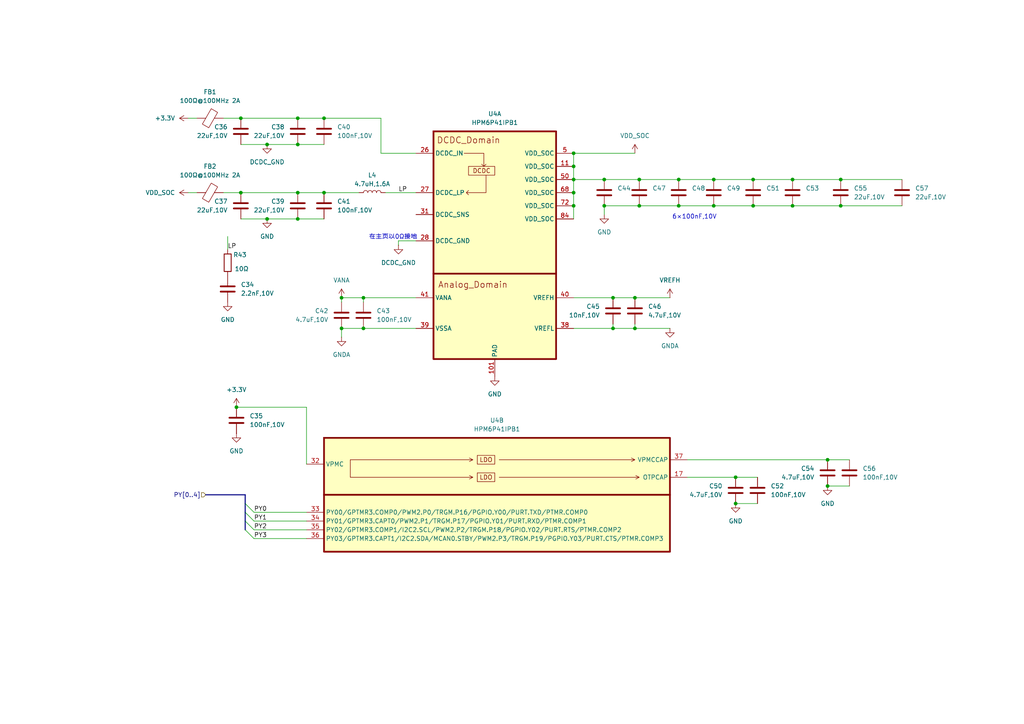
<source format=kicad_sch>
(kicad_sch (version 20250114) (generator "eeschema") (generator_version "9.0")
  (paper "A4")
  (title_block (title "HPM6P41_BuckBoost") (date "2025-05-05") (rev "4") (company "Author: Alipay"))
  (lib_symbols
    (symbol "Device:C" (pin_numbers (hide yes)) (pin_names (offset 0.254))
      (property "Reference" "C" (at 0.635 2.54 0))
      (property "Value" "C" (at 0.635 -2.54 0))
      (symbol "C_0_1"
        (polyline (pts (xy -2.032 0.762) (xy 2.032 0.762)) (stroke (width 0.508)))
        (polyline (pts (xy -2.032 -0.762) (xy 2.032 -0.762)) (stroke (width 0.508)))
      )
      (symbol "C_1_1"
        (pin passive line (at 0 3.81 270) (length 2.794) (name "~") (number "1"))
        (pin passive line (at 0 -3.81 90) (length 2.794) (name "~") (number "2"))
      )
    )
    (symbol "Device:FerriteBead" (pin_numbers (hide yes)) (pin_names (offset 0))
      (property "Reference" "FB" (at -3.81 0.635 90))
      (property "Value" "FerriteBead" (at 3.81 0 90))
      (symbol "FerriteBead_0_1"
        (polyline (pts (xy -2.7686 0.4064) (xy -1.7018 2.2606) (xy 2.7686 -0.3048) (xy 1.6764 -2.159) (xy -2.7686 0.4064)))
        (polyline (pts (xy 0 1.27) (xy 0 1.2954)))
        (polyline (pts (xy 0 -1.27) (xy 0 -1.2192)))
      )
      (symbol "FerriteBead_1_1"
        (pin passive line (at 0 3.81 270) (length 2.54) (name "~") (number "1"))
        (pin passive line (at 0 -3.81 90) (length 2.54) (name "~") (number "2"))
      )
    )
    (symbol "Device:L" (pin_numbers (hide yes)) (pin_names (offset 1.016) (hide yes))
      (property "Reference" "L" (at -1.27 0 90))
      (property "Value" "L" (at 1.905 0 90))
      (symbol "L_0_1"
        (arc (start 0 2.54) (mid 0.6323 1.905) (end 0 1.27))
        (arc (start 0 1.27) (mid 0.6323 0.635) (end 0 0))
        (arc (start 0 0) (mid 0.6323 -0.635) (end 0 -1.27))
        (arc (start 0 -1.27) (mid 0.6323 -1.905) (end 0 -2.54))
      )
      (symbol "L_1_1"
        (pin passive line (at 0 3.81 270) (length 1.27) (name "1") (number "1"))
        (pin passive line (at 0 -3.81 90) (length 1.27) (name "2") (number "2"))
      )
    )
    (symbol "Device:R" (pin_numbers (hide yes)) (pin_names (offset 0))
      (property "Reference" "R" (at 2.032 0 90))
      (property "Value" "R" (at 0 0 90))
      (symbol "R_0_1"
        (rectangle (start -1.016 -2.54) (end 1.016 2.54) (stroke (width 0.254)))
      )
      (symbol "R_1_1"
        (pin passive line (at 0 3.81 270) (length 1.27) (name "~") (number "1"))
        (pin passive line (at 0 -3.81 90) (length 1.27) (name "~") (number "2"))
      )
    )
    (symbol "HPM6P00_Library:HPM6P41IPB1"
      (property "Reference" "U" (at 1.27 1.27 0))
      (property "Value" "HPM6P41IPB1" (at 10.16 1.27 0))
      (symbol "HPM6P41IPB1_1_1"
        (rectangle (start 0 0) (end 35.56 -66.04) (stroke (width 0.508)) (fill (type background)))
        (polyline (pts (xy 0 -41.275) (xy 35.56 -41.275)) (stroke (width 0.508)))
        (polyline (pts (xy 8.89 -6.35) (xy 14.605 -6.35) (xy 14.605 -10.16) (xy 13.97 -9.525) (xy 14.605 -10.16) (xy 15.24 -9.525)))
        (rectangle (start 10.16 -10.16) (end 17.78 -12.7))
        (polyline (pts (xy 15.24 -12.7) (xy 15.24 -17.78) (xy 9.525 -17.78) (xy 10.16 -17.145) (xy 9.525 -17.78) (xy 10.16 -18.415)))
        (text "DCDC_Domain" (at 10.16 -2.54 0) (effects (font (size 1.778 1.778))))
        (text "Analog_Domain" (at 11.43 -44.45 0) (effects (font (size 1.778 1.778))))
        (text "DCDC" (at 13.97 -11.43 0) (effects (font (size 1.27 1.27))))
        (pin power_in line (at -5.08 -6.35 0) (length 5.08) (name "DCDC_IN") (number "26"))
        (pin power_in line (at -5.08 -17.78 0) (length 5.08) (name "DCDC_LP") (number "27"))
        (pin power_in line (at -5.08 -24.13 0) (length 5.08) (name "DCDC_SNS") (number "31"))
        (pin power_in line (at -5.08 -31.75 0) (length 5.08) (name "DCDC_GND") (number "28"))
        (pin power_in line (at -5.08 -48.26 0) (length 5.08) (name "VANA") (number "41"))
        (pin power_in line (at -5.08 -57.15 0) (length 5.08) (name "VSSA") (number "39"))
        (pin power_out line (at 17.78 -71.12 90) (length 5.08) (name "PAD") (number "101"))
        (pin power_out line (at 40.64 -6.35 180) (length 5.08) (name "VDD_SOC") (number "5"))
        (pin power_out line (at 40.64 -10.16 180) (length 5.08) (name "VDD_SOC") (number "11"))
        (pin power_out line (at 40.64 -13.97 180) (length 5.08) (name "VDD_SOC") (number "50"))
        (pin power_out line (at 40.64 -17.78 180) (length 5.08) (name "VDD_SOC") (number "68"))
        (pin power_out line (at 40.64 -21.59 180) (length 5.08) (name "VDD_SOC") (number "72"))
        (pin power_out line (at 40.64 -25.4 180) (length 5.08) (name "VDD_SOC") (number "84"))
        (pin power_in line (at 40.64 -48.26 180) (length 5.08) (name "VREFH") (number "40"))
        (pin power_in line (at 40.64 -57.15 180) (length 5.08) (name "VREFL") (number "38"))
      )
      (symbol "HPM6P41IPB1_2_0"
        (polyline (pts (xy 7.62 -6.35) (xy 43.18 -6.35) (xy 42.164 -5.842) (xy 43.18 -6.35) (xy 42.164 -6.858)))
        (polyline (pts (xy 7.62 -11.43) (xy 43.18 -11.43) (xy 42.164 -10.922) (xy 43.18 -11.43) (xy 42.164 -11.938)))
        (polyline (pts (xy 50.8 -6.35) (xy 90.17 -6.35) (xy 89.154 -5.842) (xy 90.17 -6.35) (xy 89.154 -6.858)))
        (polyline (pts (xy 50.8 -11.43) (xy 91.44 -11.43) (xy 90.424 -10.922) (xy 91.44 -11.43) (xy 90.424 -11.938)))
      )
      (symbol "HPM6P41IPB1_2_1"
        (rectangle (start 0 0) (end 100.33 -33.02) (stroke (width 0.508)) (fill (type background)))
        (polyline (pts (xy 0 -16.51) (xy 100.33 -16.51)) (stroke (width 0.508)))
        (polyline (pts (xy 7.62 -6.35) (xy 7.62 -11.43)))
        (rectangle (start 44.45 -5.08) (end 49.53 -7.62))
        (rectangle (start 44.45 -10.16) (end 49.53 -12.7))
        (text "LDO" (at 46.99 -6.35 0) (effects (font (size 1.27 1.27))))
        (text "LDO" (at 46.99 -11.43 0) (effects (font (size 1.27 1.27))))
        (pin power_in line (at -5.08 -7.62 0) (length 5.08) (name "VPMC") (number "32"))
        (pin bidirectional line (at -5.08 -21.59 0) (length 5.08) (name "PY00/GPTMR3.COMP0/PWM2.P0/TRGM.P16/PGPIO.Y00/PURT.TXD/PTMR.COMP0") (number "33"))
        (pin bidirectional line (at -5.08 -24.13 0) (length 5.08) (name "PY01/GPTMR3.CAPT0/PWM2.P1/TRGM.P17/PGPIO.Y01/PURT.RXD/PTMR.COMP1") (number "34"))
        (pin bidirectional line (at -5.08 -26.67 0) (length 5.08) (name "PY02/GPTMR3.COMP1/I2C2.SCL/PWM2.P2/TRGM.P18/PGPIO.Y02/PURT.RTS/PTMR.COMP2") (number "35"))
        (pin bidirectional line (at -5.08 -29.21 0) (length 5.08) (name "PY03/GPTMR3.CAPT1/I2C2.SDA/MCAN0.STBY/PWM2.P3/TRGM.P19/PGPIO.Y03/PURT.CTS/PTMR.COMP3") (number "36"))
        (pin power_out line (at 105.41 -6.35 180) (length 5.08) (name "VPMCCAP") (number "37"))
        (pin power_out line (at 105.41 -11.43 180) (length 5.08) (name "OTPCAP") (number "17"))
      )
      (symbol "HPM6P41IPB1_3_1"
        (rectangle (start 0 0) (end 147.32 -67.31) (stroke (width 0.508)) (fill (type background)))
        (polyline (pts (xy 0 -10.16) (xy 147.32 -10.16)) (stroke (width 0.5)))
        (pin power_in line (at -5.08 -3.81 0) (length 5.08) (name "VIO_B00") (number "10"))
        (pin power_in line (at -5.08 -6.35 0) (length 5.08) (name "VIO_B00") (number "16"))
        (pin bidirectional line (at -5.08 -15.24 0) (length 5.08) (name "PA00/GPTMR1.COMP0/UART0.TXD/PWM0.P0/TRGM.P00/RDC0.PWM_N/QEO1.A/SEI1.TX/SYSCTL.CLK_OBS0/ETH0.EVTI0") (number "25"))
        (pin input line (at -5.08 -17.78 0) (length 5.08) (name "PA01/GPTMR1.CAPT0/UART0.RXD/PWM0.P1/TRGM.P01/RDC0.PWM_P/QEO1.B/SEI1.RX/SYSCTL.CLK_OBS1/ETH0.EVTO0") (number "24"))
        (pin bidirectional line (at -5.08 -20.32 0) (length 5.08) (name "PA02/GPTMR1.COMP1/UART0.DE/UART0.RTS/I2C2.SCL/PWM0.P2/TRGM.P02/QEI0.H1/QEO1.Z/SEI1.DE/SYSCTL.CLK_OBS2/ETH0.EVTI1") (number "23"))
        (pin bidirectional line (at -5.08 -22.86 0) (length 5.08) (name "PA03/GPTMR1.CAPT1/UART0.CTS/I2C2.SDA/SPI0.CS3/MCAN0.STBY/PWM0.P3/TRGM.P03/QEI0.F/SEI1.CK/SYSCTL.CLK_OBS3/ETH0.EVTO1") (number "22"))
        (pin bidirectional line (at -5.08 -25.4 0) (length 5.08) (name "PA04/UART1.CTS/SPI1.SCLK/MCAN0.RXD/PWM0.P4/TRGM.P04/QEI0.H0/SEI0.CK/JTAG.TDO") (number "15"))
        (pin bidirectional line (at -5.08 -27.94 0) (length 5.08) (name "PA05/GPTMR1.COMP2/UART1.DE/UART1.RTS/SPI1.CS0/MCAN0.TXD/PWM0.P5/TRGM.P05/ETH0.RXCK/QEI0.Z/QEO0.Z/SEI0.DE/JTAG.TDI") (number "14"))
        (pin bidirectional line (at -5.08 -30.48 0) (length 5.08) (name "PA06/GPTMR0.CAPT0/UART1.RXD/SPI1.MISO/PWM0.P6/TRGM.P06/ETH0.RXDV/QEI0.B/QEO0.B/SEI0.RX/JTAG.TCK") (number "13"))
        (pin bidirectional line (at -5.08 -33.02 0) (length 5.08) (name "PA07/GPTMR0.COMP0/UART1.TXD/SPI1.MOSI/PWM0.P7/TRGM.P07/ETH0.RXER/QEI0.A/QEO0.A/SEI0.TX/JTAG.TMS") (number "12"))
        (pin bidirectional line (at -5.08 -35.56 0) (length 5.08) (name "PA08/GPTMR0.COMP1/UART2.TXD/I2C0.SCL/SPI0.CS2/PWM1.P0/TRGM.P08/ETH0.RXD0/RDC0.PWM_N/QEO0.B/SEI1.TX/SDM0.CLK0/JTAG.TRST") (number "9"))
        (pin bidirectional line (at -5.08 -38.1 0) (length 5.08) (name "PA09/GPTMR0.CAPT1/UART2.RXD/I2C0.SDA/SPI0.CS1/XPI0.CA_DQS/PWM1.P1/TRGM.P09/ETH0.RXD1/RDC0.PWM_P/QEO0.A/SEI1.RX/SDM0.DAT0") (number "8"))
        (pin bidirectional line (at -5.08 -40.64 0) (length 5.08) (name "PA10/GPTMR0.COMP2/UART2.DE/UART2.RTS/SPI0.SCLK/XPI0.CA_CS0/PWM1.P2/TRGM.P10/ETH0.RXD2/QEI1.F/QEO0.Z/SEI1.DE/SDM0.CLK1/CPU0.NMI") (number "7"))
        (pin bidirectional line (at -5.08 -43.18 0) (length 5.08) (name "PA11/UART2.CTS/SPI0.CS0/XPI0.CA_CS1/PWM1.P3/TRGM.P11/ETH0.RXD3/QEI1.H1/SEI1.CK/SDM0.DAT1/CPU1.NMI") (number "6"))
        (pin bidirectional line (at -5.08 -45.72 0) (length 5.08) (name "PA12/UART3.CTS/I2C1.SDA/SPI0.MISO/PWM1.P4/TRGM.P12/ETH0.TXER/QEI1.H0/SEI0.CK/SDM0.CLK2") (number "4"))
        (pin bidirectional line (at -5.08 -48.26 0) (length 5.08) (name "PA13/GPTMR1.COMP3/UART3.DE/UART3.RTS/I2C1.SCL/SPI0.MOSI/MCAN1.STBY/PWM1.P5/TRGM.P13/QEI1.Z/QEO1.Z/SEI0.DE/SDM0.DAT2") (number "3"))
        (pin bidirectional line (at -5.08 -50.8 0) (length 5.08) (name "PA14/UART3.RXD/SPI0.DAT2/MCAN1.RXD/PWM1.P6/TRGM.P14/QEI1.B/QEO1.B/SEI0.RX/SDM0.CLK3/ETH0.EVTI0") (number "2"))
        (pin bidirectional line (at -5.08 -53.34 0) (length 5.08) (name "PA15/GPTMR0.COMP3/UART3.TXD/SPI0.DAT3/MCAN1.TXD/PWM1.P7/TRGM.P15/QEI1.A/QEO1.A/SEI0.TX/SDM0.DAT3/ETH0.EVTO0") (number "1"))
        (pin bidirectional line (at -5.08 -55.88 0) (length 5.08) (name "PA16/GPTMR3.COMP0/PWM2.P0/TRGM.P16/RDC0.PWM_N/QEO1.A/SEI1.TX") (number "21"))
        (pin bidirectional line (at -5.08 -58.42 0) (length 5.08) (name "PA17/GPTMR3.CAPT0/PWM2.P1/TRGM.P17/RDC0.PWM_P/QEO1.B/SEI1.RX") (number "20"))
        (pin bidirectional line (at -5.08 -60.96 0) (length 5.08) (name "PA18/GPTMR3.COMP1/I2C2.SCL/PWM2.P2/TRGM.P18/ETH0.MDC/QEI0.H1/QEO1.Z/SEI1.DE") (number "19"))
        (pin bidirectional line (at -5.08 -63.5 0) (length 5.08) (name "PA19/GPTMR3.CAPT1/I2C2.SDA/MCAN0.STBY/PWM2.P3/TRGM.P19/ETH0.MDIO/QEI0.F/SEI1.CK") (number "18"))
      )
      (symbol "HPM6P41IPB1_4_1"
        (rectangle (start 0 0) (end 185.42 -92.71) (stroke (width 0.508)) (fill (type background)))
        (polyline (pts (xy 0 -12.7) (xy 185.42 -12.7)) (stroke (width 0.5)))
        (polyline (pts (xy 0 -60.96) (xy 185.42 -60.96)) (stroke (width 0.3) (type dash)))
        (pin power_in line (at -5.08 -5.08 0) (length 5.08) (name "VIO_B01") (number "79"))
        (pin power_in line (at -5.08 -7.62 0) (length 5.08) (name "VIO_B01") (number "94"))
        (pin bidirectional line (at -5.08 -19.05 0) (length 5.08) (name "PB00/GPTMR2.COMP0/XPI0.CA_SCLK/PWM0.P0/TRGM.P31/ETH0.TXCK/RDC0.PWM_N/QEO1.A/SEI1.TX/XPI_SLV.ADQ3") (number "100"))
        (pin bidirectional line (at -5.08 -21.59 0) (length 5.08) (name "PB01/GPTMR2.CAPT0/XPI0.CA_D0/PWM0.P1/TRGM.P30/ETH0.TXEN/RDC0.PWM_P/QEO1.B/SEI1.RX/XPI_SLV.ADQ2") (number "99"))
        (pin bidirectional line (at -5.08 -24.13 0) (length 5.08) (name "PB02/GPTMR2.COMP1/I2C2.SCL/XPI0.CA_D1/PWM0.P2/TRGM.P29/ETH0.TXD0/QEI0.H1/QEO1.Z/SEI1.DE/SDM0.CLK0/XPI_SLV.ADQ1") (number "98"))
        (pin bidirectional line (at -5.08 -26.67 0) (length 5.08) (name "PB03/GPTMR2.CAPT1/I2C2.SDA/SPI0.CS3/MCAN0.STBY/XPI0.CA_D2/PWM0.P3/TRGM.P28/ETH0.TXD1/QEI0.F/SEI1.CK/SDM0.DAT0/XPI_SLV.ADQ0") (number "97"))
        (pin bidirectional line (at -5.08 -29.21 0) (length 5.08) (name "PB04/UART1.CTS/SPI0.SCLK/MCAN0.RXD/XPI0.CA_D3/PWM0.P4/TRGM.P27/ETH0.TXD2/QEI0.H0/SEI0.CK/SDM0.CLK1/CPU0.NMI/XPI_SLV.CLK") (number "96"))
        (pin bidirectional line (at -5.08 -31.75 0) (length 5.08) (name "PB05/GPTMR2.COMP2/UART1.DE/UART1.RTS/SPI1.CS0/MCAN0.TXD/PWM0.P5/TRGM.P26/ETH0.TXD3/QEI0.Z/QEO0.Z/SEI0.DE/SDM0.DAT1/CPU1.NMI/XPI_SLV.CSN") (number "95"))
        (pin bidirectional line (at -5.08 -35.56 0) (length 5.08) (name "PB12/UART3.CTS/I2C1.SDA/SPI0.MISO/XPI0.CB_DQS/PWM1.P4/TRGM.P19/ETH0.MDC/QEI1.H0/SEI0.CK/SDM0.CLK2/EWDG0.RST/XPI_SLV.ERR") (number "93"))
        (pin bidirectional line (at -5.08 -38.1 0) (length 5.08) (name "PB13/GPTMR2.COMP3/UART3.DE/UART3.RTS/I2C1.SCL/SPI0.MOSI/MCAN1.STBY/XPI0.CB_CS0/PWM1.P5/TRGM.P18/ETH0.MDIO/QEI1.Z/QEO1.Z/SEI0.DE/SDM0.DAT2/EWDG1.RST/XPI_SLV.RDY") (number "92"))
        (pin bidirectional line (at -5.08 -40.64 0) (length 5.08) (name "PB14/UART3.RXD/SPI0.DAT2/MCAN1.RXD/XPI0.CB_CS1/PWM1.P6/TRGM.P17/QEI1.B/QEO1.B/SEI0.RX/SDM0.CLK3/SOC.REF0/ETH0.EVTO2/XPI_SLV.DQS") (number "91"))
        (pin bidirectional line (at -5.08 -43.18 0) (length 5.08) (name "PB15/GPTMR0.COMP3/UART3.TXD/SPI0.DAT3/MCAN1.TXD/XPI0.CB_SCLK/PWM1.P7/TRGM.P16/QEI1.A/QEO1.A/SEI0.TX/SDM0.DAT3/SOC.REF1/ETH0.EVTO3") (number "90"))
        (pin bidirectional line (at -5.08 -45.72 0) (length 5.08) (name "PB16/GPTMR3.COMP0/XPI0.CB_D0/PWM2.P0/TRGM.P15/RDC0.PWM_N/QEO1.A/SEI1.TX/SYSCTL.CLK_OBS0/ETH0.EVTI1") (number "89"))
        (pin bidirectional line (at -5.08 -48.26 0) (length 5.08) (name "PB17/GPTMR3.CAPT0/XPI0.CB_D1/PWM2.P1/TRGM.P14/RDC0.PWM_P/QEO1.B/SEI1.RX/SYSCTL.CLK_OBS1/ETH0.EVTO1") (number "88"))
        (pin bidirectional line (at -5.08 -50.8 0) (length 5.08) (name "PB18/GPTMR3.COMP1/I2C2.SCL/XPI0.CB_D2/PWM2.P2/TRGM.P13/QEI0.H1/QEO1.Z/SEI1.DE/SYSCTL.CLK_OBS2/ETH0.EVTO2") (number "87"))
        (pin bidirectional line (at -5.08 -53.34 0) (length 5.08) (name "PB19/GPTMR3.CAPT1/I2C2.SDA/SPI2.CS3/MCAN0.STBY/XPI0.CB_D3/PWM2.P3/TRGM.P12/QEI0.F/SEI1.CK/SYSCTL.CLK_OBS3/ETH0.EVTO3") (number "86"))
        (pin bidirectional line (at -5.08 -55.88 0) (length 5.08) (name "PB20/UART0.CTS/MCAN0.RXD/PWM2.P4/TRGM.P11/QEI0.H0/SEI0.CK") (number "85"))
        (pin bidirectional line (at -5.08 -66.04 0) (length 5.08) (name "PC12/I2C1.SDA/SPI1.MISO/PWM1.P4/TRGM.P12/QEI1.H0/SEI0.CK") (number "83"))
        (pin bidirectional line (at -5.08 -68.58 0) (length 5.08) (name "PC13/GPTMR1.COMP3/I2C1.SCL/SPI1.MOSI/MCAN1.STBY/PWM1.P5/TRGM.P13/QEI1.Z/QEO1.Z/SEI0.DE/USB0.ID") (number "82"))
        (pin bidirectional line (at -5.08 -71.12 0) (length 5.08) (name "PC14/SPI1.DAT2/MCAN1.RXD/PWM1.P6/TRGM.P14/ETH0.MDC/QEI1.B/QEO1.B/SEI0.RX/USB0.OC") (number "81"))
        (pin bidirectional line (at -5.08 -73.66 0) (length 5.08) (name "PC15/GPTMR0.COMP3/SPI1.DAT3/MCAN1.TXD/PWM1.P7/TRGM.P15/ETH0.MDIO/QEI1.A/QEO1.A/SEI0.TX/USB0.PWR") (number "80"))
        (pin bidirectional line (at -5.08 -76.2 0) (length 5.08) (name "PC16/GPTMR3.COMP0/PWM2.P0/TRGM.P16/ETH0.CRS/QEI0.H1/CPU0.NMI") (number "78"))
        (pin bidirectional line (at -5.08 -78.74 0) (length 5.08) (name "PC17/GPTMR3.CAPT0/PWM2.P1/TRGM.P17/ETH0.COL/QEI0.F/CPU1.NMI") (number "77"))
        (pin bidirectional line (at -5.08 -81.28 0) (length 5.08) (name "PC18/GPTMR3.COMP1/I2C2.SCL/PWM2.P2/TRGM.P18/QEI0.H0/SEI0.CK") (number "76"))
        (pin bidirectional line (at -5.08 -83.82 0) (length 5.08) (name "PC19/GPTMR3.CAPT1/I2C2.SDA/MCAN0.STBY/PWM2.P3/TRGM.P19/QEI0.Z/QEO0.Z/SEI0.DE") (number "75"))
        (pin bidirectional line (at -5.08 -86.36 0) (length 5.08) (name "PC20/SPI2.SCLK/MCAN0.RXD/PWM2.P4/TRGM.P20/QEI0.B/QEO0.B/SEI0.RX") (number "74"))
        (pin bidirectional line (at -5.08 -88.9 0) (length 5.08) (name "PC21/GPTMR3.COMP2/SPI2.CS0/MCAN0.TXD/PWM2.P5/TRGM.P21/QEI0.A/QEO0.A/SEI0.TX") (number "73"))
      )
      (symbol "HPM6P41IPB1_5_1"
        (rectangle (start 0 0) (end 196.85 -77.47) (stroke (width 0.508)) (fill (type background)))
        (polyline (pts (xy 0 -10.16) (xy 196.85 -10.16)) (stroke (width 0.5)))
        (pin power_in line (at -5.08 -5.08 0) (length 5.08) (name "VIO_B02") (number "55"))
        (pin bidirectional line (at -5.08 -15.24 0) (length 5.08) (name "PD00/GPTMR1.COMP0/SPI2.SCLK/TRGM.P00/ETH0.RXCK/QEI1.H1/SDM0.CLK0/ADC0.IN00/ADC1.IN00/ACMP0.INN1/ACMP1.INN1/ACMP2.INN1/ACMP3.INN1") (number "66"))
        (pin bidirectional line (at -5.08 -17.78 0) (length 5.08) (name "PD01/GPTMR1.CAPT0/SPI2.MISO/TRGM.P01/ETH0.RXDV/QEI1.F/SDM0.DAT0/ADC0.IN01/ADC1.IN01/ACMP0.INP1/ACMP1.INP1/ACMP2.INP1/ACMP3.INP1") (number "65"))
        (pin bidirectional line (at -5.08 -20.32 0) (length 5.08) (name "PD02/GPTMR1.COMP1/I2C2.SCL/SPI2.MOSI/TRGM.P02/ETH0.RXER/QEI1.H0/SEI0.CK/SDM0.CLK1/ADC0.IN02/ADC1.IN02/ACMP0.INN2/ACMP1.INN2/ACMP2.INN2/ACMP3.INN2") (number "64"))
        (pin bidirectional line (at -5.08 -22.86 0) (length 5.08) (name "PD03/GPTMR1.CAPT1/I2C2.SDA/SPI2.DAT2/MCAN0.STBY/TRGM.P03/ETH0.RXD0/QEI1.Z/QEO1.Z/SEI0.DE/SDM0.DAT1/ADC0.IN03/ADC1.IN03/ACMP0.INP2/ACMP1.INP2/ACMP2.INP2/ACMP3.INP2") (number "63"))
        (pin bidirectional line (at -5.08 -25.4 0) (length 5.08) (name "PD04/UART1.CTS/SPI2.DAT3/MCAN0.RXD/TRGM.P04/ETH0.RXD1/QEI1.A/QEO1.B/SEI0.RX/SDM0.CLK2/ADC0.IN04/ADC1.IN04/ACMP0.INN3/ACMP1.INN3/ACMP2.INN3/ACMP3.INN3") (number "62"))
        (pin bidirectional line (at -5.08 -27.94 0) (length 5.08) (name "PD05/GPTMR1.COMP2/UART1.DE/UART1.RTS/SPI2.CS0/MCAN0.TXD/TRGM.P05/ETH0.RXD2/QEI1.B/QEO1.A/SEI0.TX/SDM0.DAT2/ADC0.IN05/ADC1.IN05/ACMP0.INP3/ACMP1.INP3/ACMP2.INP3/ACMP3.INP3") (number "61"))
        (pin bidirectional line (at -5.08 -30.48 0) (length 5.08) (name "PD06/GPTMR0.CAPT0/UART1.RXD/SPI2.CS2/TRGM.P06/ETH0.RXD3/SDM0.CLK3/ADC0.IN06/ADC1.IN06/ACMP0.INN4/ACMP1.INN4/ACMP2.INN4/ACMP3.INN4") (number "60"))
        (pin bidirectional line (at -5.08 -33.02 0) (length 5.08) (name "PD07/GPTMR0.COMP0/UART1.TXD/SPI2.CS1/TRGM.P07/ETH0.TXER/SDM0.DAT3/ADC0.IN07/ADC1.IN07/DAC0.OUT/ACMP0.INP4/ACMP1.INP4/ACMP2.INP4/ACMP3.INP4") (number "59"))
        (pin bidirectional line (at -5.08 -35.56 0) (length 5.08) (name "PD08/GPTMR0.COMP1/UART2.TXD/I2C0.SCL/SPI2.CS3/PWM1.P0/TRGM.P08/ADC0.IN08/ADC1.IN08/ACMP0.INN5/ACMP1.INN5/ACMP2.INN5/ACMP3.INN5") (number "58"))
        (pin bidirectional line (at -5.08 -38.1 0) (length 5.08) (name "PD09/GPTMR0.CAPT1/UART2.RXD/I2C0.SDA/PWM1.P1/TRGM.P09/ADC0.IN09/ADC1.IN09/ACMP0.INP5/ACMP1.INP5/ACMP2.INP5/ACMP3.INP5") (number "57"))
        (pin bidirectional line (at -5.08 -40.64 0) (length 5.08) (name "PD10/GPTMR0.COMP2/UART2.DE/UART2.RTS/SPI0.SCLK/PWM1.P2/TRGM.P10/ETH0.EVTI0/ADC0.IN10/ADC1.IN10/ACMP0.INN6/ACMP1.INN6/ACMP2.INN6/ACMP3.INN6") (number "56"))
        (pin bidirectional line (at -5.08 -45.72 0) (length 5.08) (name "PD16/GPTMR3.COMP0/PWM2.P0/TRGM.P16/ETH0.TXCK/QEI0.H1/ADC2.IN00/ACMP4.INN1/ACMP5.INN1/ACMP6.INN1/ACMP7.INN1") (number "54"))
        (pin bidirectional line (at -5.08 -48.26 0) (length 5.08) (name "PD17/GPTMR3.CAPT0/PWM2.P1/TRGM.P17/ETH0.TXEN/QEI0.F/ADC2.IN01/DAC1.OUT/ACMP4.INP1/ACMP5.INP1/ACMP6.INP1/ACMP7.INP1") (number "53"))
        (pin bidirectional line (at -5.08 -50.8 0) (length 5.08) (name "PD18/GPTMR3.COMP1/I2C2.SCL/PWM2.P2/TRGM.P18/ETH0.TXD0/QEI0.H0/SEI0.CK/ADC2.IN02/ACMP4.INN2/ACMP5.INN2/ACMP6.INN2/ACMP7.INN2") (number "52"))
        (pin bidirectional line (at -5.08 -53.34 0) (length 5.08) (name "PD19/GPTMR3.CAPT1/I2C2.SDA/MCAN0.STBY/PWM2.P3/TRGM.P19/ETH0.TXD1/QEI0.Z/QEO0.Z/SEI0.DE/ADC2.IN03/ACMP4.INP2/ACMP5.INP2/ACMP6.INP2/ACMP7.INP2") (number "51"))
        (pin bidirectional line (at -5.08 -55.88 0) (length 5.08) (name "PD20/MCAN0.RXD/PWM2.P4/TRGM.P20/ETH0.TXD2/QEI0.B/QEO0.B/SEI0.RX/ADC2.IN04/ACMP4.INN3/ACMP5.INN3/ACMP6.INN3/ACMP7.INN3") (number "49"))
        (pin bidirectional line (at -5.08 -58.42 0) (length 5.08) (name "PD21/GPTMR3.COMP2/MCAN0.TXD/PWM2.P5/TRGM.P21/ETH0.TXD3/QEI0.A/QEO0.A/SEI0.TX/ADC2.IN05/ACMP4.INP3/ACMP5.INP3/ACMP6.INP3/ACMP7.INP3") (number "48"))
        (pin bidirectional line (at -5.08 -60.96 0) (length 5.08) (name "PD22/GPTMR2.CAPT0/PWM2.P6/TRGM.P22/QEI1.F/ADC2.IN06/ACMP4.INN4/ACMP5.INN4/ACMP6.INN4/ACMP7.INN4") (number "47"))
        (pin bidirectional line (at -5.08 -63.5 0) (length 5.08) (name "PD23/GPTMR2.COMP0/PWM2.P7/TRGM.P23/QEI1.H1/USB0.ID/ADC2.IN07/ACMP4.INP4/ACMP5.INP4/ACMP6.INP4/ACMP7.INP4") (number "46"))
        (pin bidirectional line (at -5.08 -66.04 0) (length 5.08) (name "PD24/GPTMR2.COMP1/I2C0.SCL/PWM0.P0/TRGM.P24/QEI1.H0/SEI0.CK/USB0.OC/ADC2.IN08/ACMP4.INN5/ACMP5.INN5/ACMP6.INN5/ACMP7.INN5") (number "45"))
        (pin bidirectional line (at -5.08 -68.58 0) (length 5.08) (name "PD25/GPTMR2.CAPT1/I2C0.SDA/PWM0.P1/TRGM.P25/QEI1.Z/QEO1.Z/SEI0.DE/USB0.PWR/ADC2.IN09/ACMP4.INP5/ACMP5.INP5/ACMP6.INP5/ACMP7.INP5") (number "44"))
        (pin bidirectional line (at -5.08 -71.12 0) (length 5.08) (name "PD26/GPTMR2.COMP2/SPI1.SCLK/PWM0.P2/TRGM.P26/QEI1.B/QEO1.B/SEI0.RX/ADC2.IN10/ACMP4.INN6/ACMP5.INN6/ACMP6.INN6/ACMP7.INN6") (number "43"))
        (pin bidirectional line (at -5.08 -73.66 0) (length 5.08) (name "PD27/SPI1.CS0/PWM0.P3/TRGM.P27/QEI1.A/QEO1.A/SEI0.TX/ADC2.IN11/ACMP4.INP6/ACMP5.INP6/ACMP6.INP6/ACMP7.INP6") (number "42"))
      )
      (symbol "HPM6P41IPB1_6_1"
        (rectangle (start 0 0) (end 35.56 -33.02) (stroke (width 0.508)) (fill (type background)))
        (polyline (pts (xy 0 -16.51) (xy 35.56 -16.51)) (stroke (width 0.5)))
        (pin input line (at -5.08 -5.08 0) (length 5.08) (name "XTALI") (number "71"))
        (pin output line (at -5.08 -11.43 0) (length 5.08) (name "XTALO") (number "70"))
        (pin power_in line (at -5.08 -21.59 0) (length 5.08) (name "VBUS") (number "69"))
        (pin power_in line (at -5.08 -26.67 0) (length 5.08) (name "VPLLVUSB") (number "67"))
        (pin input line (at 40.64 -5.08 180) (length 5.08) (name "RESET") (number "29"))
        (pin input line (at 40.64 -11.43 180) (length 5.08) (name "WAKEUP") (number "30"))
      )
    )
    (symbol "power:+3.3V" (power) (pin_names (offset 0))
      (property "Value" "+3.3V" (at 0 3.556 0))
      (symbol "+3.3V_0_1"
        (polyline (pts (xy -0.762 1.27) (xy 0 2.54)))
        (polyline (pts (xy 0 2.54) (xy 0.762 1.27)))
        (polyline (pts (xy 0 0) (xy 0 2.54)))
      )
      (symbol "+3.3V_1_1"
        (pin power_in line (at 0 0 90) (length 0) (hide yes) (name "+3.3V") (number "1"))
      )
    )
    (symbol "power:+5V" (power) (pin_numbers (hide yes)) (pin_names (offset 0) (hide yes))
      (property "Value" "+5V" (at 0 3.556 0))
      (symbol "+5V_0_1"
        (polyline (pts (xy -0.762 1.27) (xy 0 2.54)))
        (polyline (pts (xy 0 2.54) (xy 0.762 1.27)))
        (polyline (pts (xy 0 0) (xy 0 2.54)))
      )
      (symbol "+5V_1_1"
        (pin power_in line (at 0 0 90) (length 0) (name "~") (number "1"))
      )
    )
    (symbol "power:GND" (power) (pin_numbers (hide yes)) (pin_names (offset 0) (hide yes))
      (property "Value" "GND" (at 0 -3.81 0))
      (symbol "GND_0_1"
        (polyline (pts (xy 0 0) (xy 0 -1.27) (xy 1.27 -1.27) (xy 0 -2.54) (xy -1.27 -1.27) (xy 0 -1.27)))
      )
      (symbol "GND_1_1"
        (pin power_in line (at 0 0 270) (length 0) (name "~") (number "1"))
      )
    )
  )
  (text "6×100nF,10V" (at 201.422 62.992 0) (effects (font (size 1.27 1.27))))
  (text "在主页以0Ω接地" (at 114.046 68.834 0) (effects (font (size 1.27 1.27))))
  (junction (at 185.42 59.69))
  (junction (at 105.41 95.25))
  (junction (at 93.98 34.29))
  (junction (at 99.06 86.36))
  (junction (at 175.26 52.07))
  (junction (at 196.85 59.69))
  (junction (at 218.44 52.07))
  (junction (at 243.84 59.69))
  (junction (at 213.36 138.43))
  (junction (at 86.36 63.5))
  (junction (at 93.98 55.88))
  (junction (at 184.15 95.25))
  (junction (at 68.58 118.11))
  (junction (at 166.37 48.26))
  (junction (at 184.15 86.36))
  (junction (at 77.47 63.5))
  (junction (at 166.37 59.69))
  (junction (at 69.85 34.29))
  (junction (at 207.01 52.07))
  (junction (at 166.37 52.07))
  (junction (at 207.01 59.69))
  (junction (at 240.03 133.35))
  (junction (at 86.36 34.29))
  (junction (at 77.47 41.91))
  (junction (at 185.42 52.07))
  (junction (at 175.26 59.69))
  (junction (at 213.36 146.05))
  (junction (at 177.8 95.25))
  (junction (at 243.84 52.07))
  (junction (at 218.44 59.69))
  (junction (at 166.37 55.88))
  (junction (at 166.37 44.45))
  (junction (at 69.85 55.88))
  (junction (at 105.41 86.36))
  (junction (at 177.8 86.36))
  (junction (at 240.03 140.97))
  (junction (at 229.87 59.69))
  (junction (at 229.87 52.07))
  (junction (at 86.36 55.88))
  (junction (at 86.36 41.91))
  (junction (at 196.85 52.07))
  (junction (at 99.06 95.25))
  (bus_entry (at 71.12 146.05) (size 2.54 2.54))
  (bus_entry (at 71.12 153.67) (size 2.54 2.54))
  (bus_entry (at 71.12 148.59) (size 2.54 2.54))
  (bus_entry (at 71.12 151.13) (size 2.54 2.54))
  (wire (pts (xy 166.37 52.07) (xy 166.37 55.88)))
  (wire (pts (xy 73.66 151.13) (xy 88.9 151.13)))
  (wire (pts (xy 88.9 118.11) (xy 88.9 134.62)))
  (bus (pts (xy 59.69 143.51) (xy 71.12 143.51)))
  (wire (pts (xy 218.44 59.69) (xy 229.87 59.69)))
  (wire (pts (xy 218.44 52.07) (xy 229.87 52.07)))
  (wire (pts (xy 69.85 41.91) (xy 77.47 41.91)))
  (wire (pts (xy 177.8 86.36) (xy 184.15 86.36)))
  (wire (pts (xy 110.49 34.29) (xy 110.49 44.45)))
  (bus (pts (xy 71.12 151.13) (xy 71.12 153.67)))
  (wire (pts (xy 229.87 59.69) (xy 243.84 59.69)))
  (wire (pts (xy 207.01 52.07) (xy 218.44 52.07)))
  (wire (pts (xy 166.37 44.45) (xy 166.37 48.26)))
  (wire (pts (xy 73.66 156.21) (xy 88.9 156.21)))
  (wire (pts (xy 77.47 41.91) (xy 86.36 41.91)))
  (wire (pts (xy 66.04 68.58) (xy 66.04 72.39)))
  (wire (pts (xy 99.06 86.36) (xy 99.06 87.63)))
  (wire (pts (xy 86.36 63.5) (xy 93.98 63.5)))
  (wire (pts (xy 199.39 133.35) (xy 240.03 133.35)))
  (wire (pts (xy 73.66 153.67) (xy 88.9 153.67)))
  (wire (pts (xy 110.49 44.45) (xy 120.65 44.45)))
  (wire (pts (xy 196.85 59.69) (xy 207.01 59.69)))
  (wire (pts (xy 166.37 95.25) (xy 177.8 95.25)))
  (wire (pts (xy 166.37 48.26) (xy 166.37 52.07)))
  (wire (pts (xy 105.41 95.25) (xy 120.65 95.25)))
  (wire (pts (xy 240.03 133.35) (xy 246.38 133.35)))
  (wire (pts (xy 105.41 86.36) (xy 120.65 86.36)))
  (wire (pts (xy 229.87 52.07) (xy 243.84 52.07)))
  (wire (pts (xy 185.42 59.69) (xy 196.85 59.69)))
  (wire (pts (xy 115.57 69.85) (xy 115.57 71.12)))
  (wire (pts (xy 69.85 55.88) (xy 86.36 55.88)))
  (wire (pts (xy 243.84 59.69) (xy 261.62 59.69)))
  (wire (pts (xy 185.42 52.07) (xy 196.85 52.07)))
  (wire (pts (xy 99.06 86.36) (xy 105.41 86.36)))
  (wire (pts (xy 175.26 59.69) (xy 185.42 59.69)))
  (wire (pts (xy 166.37 44.45) (xy 184.15 44.45)))
  (wire (pts (xy 64.77 55.88) (xy 69.85 55.88)))
  (wire (pts (xy 240.03 140.97) (xy 246.38 140.97)))
  (wire (pts (xy 73.66 148.59) (xy 88.9 148.59)))
  (wire (pts (xy 194.31 95.25) (xy 184.15 95.25)))
  (wire (pts (xy 86.36 34.29) (xy 93.98 34.29)))
  (wire (pts (xy 175.26 52.07) (xy 185.42 52.07)))
  (wire (pts (xy 111.76 55.88) (xy 120.65 55.88)))
  (wire (pts (xy 196.85 52.07) (xy 207.01 52.07)))
  (wire (pts (xy 213.36 138.43) (xy 219.71 138.43)))
  (bus (pts (xy 71.12 143.51) (xy 71.12 146.05)))
  (wire (pts (xy 99.06 95.25) (xy 105.41 95.25)))
  (wire (pts (xy 105.41 86.36) (xy 105.41 87.63)))
  (wire (pts (xy 93.98 34.29) (xy 110.49 34.29)))
  (wire (pts (xy 166.37 86.36) (xy 177.8 86.36)))
  (wire (pts (xy 54.61 55.88) (xy 57.15 55.88)))
  (wire (pts (xy 199.39 138.43) (xy 213.36 138.43)))
  (wire (pts (xy 175.26 62.23) (xy 175.26 59.69)))
  (wire (pts (xy 120.65 69.85) (xy 115.57 69.85)))
  (wire (pts (xy 177.8 93.98) (xy 177.8 95.25)))
  (wire (pts (xy 69.85 34.29) (xy 86.36 34.29)))
  (wire (pts (xy 64.77 34.29) (xy 69.85 34.29)))
  (wire (pts (xy 86.36 41.91) (xy 93.98 41.91)))
  (wire (pts (xy 177.8 95.25) (xy 184.15 95.25)))
  (wire (pts (xy 166.37 52.07) (xy 175.26 52.07)))
  (wire (pts (xy 184.15 95.25) (xy 184.15 93.98)))
  (wire (pts (xy 166.37 55.88) (xy 166.37 59.69)))
  (wire (pts (xy 213.36 146.05) (xy 219.71 146.05)))
  (wire (pts (xy 69.85 63.5) (xy 77.47 63.5)))
  (wire (pts (xy 93.98 55.88) (xy 104.14 55.88)))
  (bus (pts (xy 71.12 148.59) (xy 71.12 151.13)))
  (bus (pts (xy 71.12 146.05) (xy 71.12 148.59)))
  (wire (pts (xy 68.58 118.11) (xy 88.9 118.11)))
  (wire (pts (xy 207.01 59.69) (xy 218.44 59.69)))
  (wire (pts (xy 184.15 86.36) (xy 194.31 86.36)))
  (wire (pts (xy 86.36 55.88) (xy 93.98 55.88)))
  (wire (pts (xy 77.47 63.5) (xy 86.36 63.5)))
  (wire (pts (xy 243.84 52.07) (xy 261.62 52.07)))
  (wire (pts (xy 99.06 95.25) (xy 99.06 97.79)))
  (wire (pts (xy 54.61 34.29) (xy 57.15 34.29)))
  (wire (pts (xy 166.37 59.69) (xy 166.37 63.5)))
  (label "LP" (at 66.04 72.39 0))
  (label "PY2" (at 73.66 153.67 0))
  (label "PY3" (at 73.66 156.21 0))
  (label "LP" (at 115.57 55.88 0))
  (label "PY1" (at 73.66 151.13 0))
  (label "PY0" (at 73.66 148.59 0))
  (hierarchical_label "PY[0..4]" (shape input) (at 59.69 143.51 180))
  (symbol (lib_id "Device:C") (at 196.85 55.88 0) (unit 1)
    (property "Reference" "C48" (at 200.66 54.6099 0) (effects (justify left)))
    (property "Value" "100nF,10V" (effects (hide yes)))
    (property "Footprint" "Capacitor_SMD:C_0603_1608Metric" (effects (hide yes)))
    (property "Description" "Unpolarized capacitor" (effects (hide yes)))
  )
  (symbol (lib_id "power:+5V") (at 99.06 86.36 0) (unit 1)
    (property "Reference" "#PWR088" (effects (hide yes)))
    (property "Value" "VANA" (at 99.06 81.28 0))
    (property "Description" "Power symbol creates a global label with name \"+5V\"" (effects (hide yes)))
  )
  (symbol (lib_id "power:GND") (at 194.31 95.25 0) (unit 1)
    (property "Reference" "#PWR095" (effects (hide yes)))
    (property "Value" "GNDA" (at 194.31 100.33 0))
    (property "Description" "Power symbol creates a global label with name \"GND\" , ground" (effects (hide yes)))
  )
  (symbol (lib_id "Device:C") (at 261.62 55.88 0) (unit 1)
    (property "Reference" "C57" (at 265.43 54.6099 0) (effects (justify left)))
    (property "Value" "22uF,10V" (at 265.43 57.1499 0) (effects (justify left)))
    (property "Footprint" "Capacitor_SMD:C_0603_1608Metric" (effects (hide yes)))
    (property "Description" "Unpolarized capacitor" (effects (hide yes)))
  )
  (symbol (lib_id "Device:C") (at 66.04 83.82 0) (unit 1)
    (property "Reference" "C34" (at 69.85 82.5499 0) (effects (justify left)))
    (property "Value" "2.2nF,10V" (at 69.85 85.0899 0) (effects (justify left)))
    (property "Footprint" "Capacitor_SMD:C_0603_1608Metric" (effects (hide yes)))
    (property "Description" "Unpolarized capacitor" (effects (hide yes)))
  )
  (symbol (lib_id "Device:C") (at 175.26 55.88 0) (unit 1)
    (property "Reference" "C44" (at 179.07 54.6099 0) (effects (justify left)))
    (property "Value" "100nF,10V" (effects (hide yes)))
    (property "Footprint" "Capacitor_SMD:C_0603_1608Metric" (effects (hide yes)))
    (property "Description" "Unpolarized capacitor" (effects (hide yes)))
  )
  (symbol (lib_id "power:+3.3V") (at 54.61 55.88 90) (unit 1)
    (property "Reference" "#PWR082" (effects (hide yes)))
    (property "Value" "VDD_SOC" (at 50.8 55.88 90) (effects (justify left)))
  )
  (symbol (lib_id "power:+3.3V") (at 68.58 118.11 0) (unit 1)
    (property "Reference" "#PWR084" (effects (hide yes)))
    (property "Value" "+3.3V" (at 68.58 113.03 0))
  )
  (symbol (lib_id "Device:C") (at 185.42 55.88 0) (unit 1)
    (property "Reference" "C47" (at 189.23 54.6099 0) (effects (justify left)))
    (property "Value" "100nF,10V" (effects (hide yes)))
    (property "Footprint" "Capacitor_SMD:C_0603_1608Metric" (effects (hide yes)))
    (property "Description" "Unpolarized capacitor" (effects (hide yes)))
  )
  (symbol (lib_id "power:+3.3V") (at 54.61 34.29 90) (unit 1)
    (property "Reference" "#PWR081" (effects (hide yes)))
    (property "Value" "+3.3V" (at 50.8 34.29 90) (effects (justify left)))
  )
  (symbol (lib_id "Device:C") (at 207.01 55.88 0) (unit 1)
    (property "Reference" "C49" (at 210.82 54.6099 0) (effects (justify left)))
    (property "Value" "100nF,10V" (effects (hide yes)))
    (property "Footprint" "Capacitor_SMD:C_0603_1608Metric" (effects (hide yes)))
    (property "Description" "Unpolarized capacitor" (effects (hide yes)))
  )
  (symbol (lib_id "Device:C") (at 213.36 142.24 0) (mirror y) (unit 1)
    (property "Reference" "C50" (at 209.55 140.9699 0) (effects (justify left)))
    (property "Value" "4.7uF,10V" (at 209.55 143.5099 0) (effects (justify left)))
    (property "Footprint" "Capacitor_SMD:C_0603_1608Metric" (effects (hide yes)))
    (property "Description" "Unpolarized capacitor" (effects (hide yes)))
  )
  (symbol (lib_id "Device:C") (at 93.98 59.69 0) (unit 1)
    (property "Reference" "C41" (at 97.79 58.4199 0) (effects (justify left)))
    (property "Value" "100nF,10V" (at 97.79 60.9599 0) (effects (justify left)))
    (property "Footprint" "Capacitor_SMD:C_0603_1608Metric" (effects (hide yes)))
    (property "Description" "Unpolarized capacitor" (effects (hide yes)))
  )
  (symbol (lib_id "Device:C") (at 240.03 137.16 0) (mirror y) (unit 1)
    (property "Reference" "C54" (at 236.22 135.8899 0) (effects (justify left)))
    (property "Value" "4.7uF,10V" (at 236.22 138.4299 0) (effects (justify left)))
    (property "Footprint" "Capacitor_SMD:C_0603_1608Metric" (effects (hide yes)))
    (property "Description" "Unpolarized capacitor" (effects (hide yes)))
  )
  (symbol (lib_id "Device:C") (at 68.58 121.92 0) (unit 1)
    (property "Reference" "C35" (at 72.39 120.6499 0) (effects (justify left)))
    (property "Value" "100nF,10V" (at 72.39 123.1899 0) (effects (justify left)))
    (property "Footprint" "Capacitor_SMD:C_0603_1608Metric" (effects (hide yes)))
    (property "Description" "Unpolarized capacitor" (effects (hide yes)))
  )
  (symbol (lib_id "Device:R") (at 66.04 76.2 180) (unit 1)
    (property "Reference" "R43" (at 69.596 73.914 0))
    (property "Value" "10Ω" (at 70.104 77.978 0))
    (property "Footprint" "Resistor_SMD:R_0603_1608Metric" (effects (hide yes)))
    (property "Description" "Resistor" (effects (hide yes)))
  )
  (symbol (lib_id "Device:C") (at 69.85 59.69 0) (mirror y) (unit 1)
    (property "Reference" "C37" (at 66.04 58.4199 0) (effects (justify left)))
    (property "Value" "22uF,10V" (at 66.04 60.9599 0) (effects (justify left)))
    (property "Footprint" "Capacitor_SMD:C_0603_1608Metric" (effects (hide yes)))
    (property "Description" "Unpolarized capacitor" (effects (hide yes)))
  )
  (symbol (lib_id "Device:C") (at 246.38 137.16 0) (unit 1)
    (property "Reference" "C56" (at 250.19 135.8899 0) (effects (justify left)))
    (property "Value" "100nF,10V" (at 250.19 138.4299 0) (effects (justify left)))
    (property "Footprint" "Capacitor_SMD:C_0603_1608Metric" (effects (hide yes)))
    (property "Description" "Unpolarized capacitor" (effects (hide yes)))
  )
  (symbol (lib_id "power:+5V") (at 194.31 86.36 0) (unit 1)
    (property "Reference" "#PWR094" (effects (hide yes)))
    (property "Value" "VREFH" (at 194.31 81.28 0))
    (property "Description" "Power symbol creates a global label with name \"+5V\"" (effects (hide yes)))
  )
  (symbol (lib_id "Device:C") (at 69.85 38.1 0) (mirror y) (unit 1)
    (property "Reference" "C36" (at 66.04 36.8299 0) (effects (justify left)))
    (property "Value" "22uF,10V" (at 66.04 39.3699 0) (effects (justify left)))
    (property "Footprint" "Capacitor_SMD:C_0603_1608Metric" (effects (hide yes)))
    (property "Description" "Unpolarized capacitor" (effects (hide yes)))
  )
  (symbol (lib_id "power:+3.3V") (at 184.15 44.45 0) (unit 1)
    (property "Reference" "#PWR093" (effects (hide yes)))
    (property "Value" "VDD_SOC" (at 184.15 39.37 0))
  )
  (symbol (lib_id "HPM6P00_Library:HPM6P41IPB1") (at 125.73 38.1 0) (unit 1)
    (property "Reference" "U4" (at 143.51 33.02 0))
    (property "Value" "HPM6P41IPB1" (at 143.51 35.56 0))
    (property "Footprint" "HPM_footprints:LQFP-100_14x14mm_P0.5mm_EP5.0x5.0mm" (effects (hide yes)))
    (property "Description" "eLQFP100" (effects (hide yes)))
  )
  (symbol (lib_id "Device:C") (at 184.15 90.17 0) (unit 1)
    (property "Reference" "C46" (at 187.96 88.8999 0) (effects (justify left)))
    (property "Value" "4.7uF,10V" (at 187.96 91.4399 0) (effects (justify left)))
    (property "Footprint" "Capacitor_SMD:C_0603_1608Metric" (effects (hide yes)))
    (property "Description" "Unpolarized capacitor" (effects (hide yes)))
  )
  (symbol (lib_id "Device:C") (at 229.87 55.88 0) (unit 1)
    (property "Reference" "C53" (at 233.68 54.6099 0) (effects (justify left)))
    (property "Value" "100nF,10V" (effects (hide yes)))
    (property "Footprint" "Capacitor_SMD:C_0603_1608Metric" (effects (hide yes)))
    (property "Description" "Unpolarized capacitor" (effects (hide yes)))
  )
  (symbol (lib_id "power:GND") (at 213.36 146.05 0) (unit 1)
    (property "Reference" "#PWR096" (effects (hide yes)))
    (property "Value" "GND" (at 213.36 151.13 0))
    (property "Description" "Power symbol creates a global label with name \"GND\" , ground" (effects (hide yes)))
  )
  (symbol (lib_id "power:GND") (at 143.51 109.22 0) (unit 1)
    (property "Reference" "#PWR091" (effects (hide yes)))
    (property "Value" "GND" (at 143.51 114.3 0))
    (property "Description" "Power symbol creates a global label with name \"GND\" , ground" (effects (hide yes)))
  )
  (symbol (lib_id "Device:C") (at 105.41 91.44 0) (unit 1)
    (property "Reference" "C43" (at 109.22 90.1699 0) (effects (justify left)))
    (property "Value" "100nF,10V" (at 109.22 92.7099 0) (effects (justify left)))
    (property "Footprint" "Capacitor_SMD:C_0603_1608Metric" (effects (hide yes)))
    (property "Description" "Unpolarized capacitor" (effects (hide yes)))
  )
  (symbol (lib_id "Device:C") (at 93.98 38.1 0) (unit 1)
    (property "Reference" "C40" (at 97.79 36.8299 0) (effects (justify left)))
    (property "Value" "100nF,10V" (at 97.79 39.3699 0) (effects (justify left)))
    (property "Footprint" "Capacitor_SMD:C_0603_1608Metric" (effects (hide yes)))
    (property "Description" "Unpolarized capacitor" (effects (hide yes)))
  )
  (symbol (lib_id "Device:C") (at 218.44 55.88 0) (unit 1)
    (property "Reference" "C51" (at 222.25 54.6099 0) (effects (justify left)))
    (property "Value" "100nF,10V" (effects (hide yes)))
    (property "Footprint" "Capacitor_SMD:C_0603_1608Metric" (effects (hide yes)))
    (property "Description" "Unpolarized capacitor" (effects (hide yes)))
  )
  (symbol (lib_id "power:GND") (at 115.57 71.12 0) (unit 1)
    (property "Reference" "#PWR090" (effects (hide yes)))
    (property "Value" "DCDC_GND" (at 115.57 76.2 0))
    (property "Description" "Power symbol creates a global label with name \"GND\" , ground" (effects (hide yes)))
  )
  (symbol (lib_id "power:GND") (at 68.58 125.73 0) (unit 1)
    (property "Reference" "#PWR085" (effects (hide yes)))
    (property "Value" "GND" (at 68.58 130.81 0))
    (property "Description" "Power symbol creates a global label with name \"GND\" , ground" (effects (hide yes)))
  )
  (symbol (lib_id "power:GND") (at 99.06 97.79 0) (unit 1)
    (property "Reference" "#PWR089" (effects (hide yes)))
    (property "Value" "GNDA" (at 99.06 102.87 0))
    (property "Description" "Power symbol creates a global label with name \"GND\" , ground" (effects (hide yes)))
  )
  (symbol (lib_id "Device:FerriteBead") (at 60.96 55.88 90) (unit 1)
    (property "Reference" "FB2" (at 60.9092 48.26 90))
    (property "Value" "100Ω@100MHz 2A" (at 60.9092 50.8 90))
    (property "Footprint" "Inductor_SMD:L_0603_1608Metric" (effects (hide yes)))
    (property "Description" "Ferrite bead" (effects (hide yes)))
  )
  (symbol (lib_id "Device:C") (at 99.06 91.44 0) (mirror y) (unit 1)
    (property "Reference" "C42" (at 95.25 90.1699 0) (effects (justify left)))
    (property "Value" "4.7uF,10V" (at 95.25 92.7099 0) (effects (justify left)))
    (property "Footprint" "Capacitor_SMD:C_0603_1608Metric" (effects (hide yes)))
    (property "Description" "Unpolarized capacitor" (effects (hide yes)))
  )
  (symbol (lib_id "power:GND") (at 66.04 87.63 0) (unit 1)
    (property "Reference" "#PWR083" (effects (hide yes)))
    (property "Value" "GND" (at 66.04 92.71 0))
    (property "Description" "Power symbol creates a global label with name \"GND\" , ground" (effects (hide yes)))
  )
  (symbol (lib_id "power:GND") (at 175.26 62.23 0) (unit 1)
    (property "Reference" "#PWR092" (effects (hide yes)))
    (property "Value" "GND" (at 175.26 67.31 0))
    (property "Description" "Power symbol creates a global label with name \"GND\" , ground" (effects (hide yes)))
  )
  (symbol (lib_id "HPM6P00_Library:HPM6P41IPB1") (at 93.98 127 0) (unit 2)
    (property "Reference" "U4" (at 144.145 121.92 0))
    (property "Value" "HPM6P41IPB1" (at 144.145 124.46 0))
    (property "Footprint" "HPM_footprints:LQFP-100_14x14mm_P0.5mm_EP5.0x5.0mm" (effects (hide yes)))
    (property "Description" "eLQFP100" (effects (hide yes)))
  )
  (symbol (lib_id "Device:C") (at 86.36 59.69 0) (mirror y) (unit 1)
    (property "Reference" "C39" (at 82.55 58.4199 0) (effects (justify left)))
    (property "Value" "22uF,10V" (at 82.55 60.9599 0) (effects (justify left)))
    (property "Footprint" "Capacitor_SMD:C_0603_1608Metric" (effects (hide yes)))
    (property "Description" "Unpolarized capacitor" (effects (hide yes)))
  )
  (symbol (lib_id "power:GND") (at 240.03 140.97 0) (unit 1)
    (property "Reference" "#PWR097" (effects (hide yes)))
    (property "Value" "GND" (at 240.03 146.05 0))
    (property "Description" "Power symbol creates a global label with name \"GND\" , ground" (effects (hide yes)))
  )
  (symbol (lib_id "Device:L") (at 107.95 55.88 90) (unit 1)
    (property "Reference" "L4" (at 107.95 50.8 90))
    (property "Value" "4.7uH,1.6A" (at 107.95 53.34 90))
    (property "Footprint" "Inductor_SMD:L_1210_3225Metric" (effects (hide yes)))
    (property "Description" "Inductor" (effects (hide yes)))
  )
  (symbol (lib_id "Device:C") (at 177.8 90.17 0) (mirror y) (unit 1)
    (property "Reference" "C45" (at 173.99 88.8999 0) (effects (justify left)))
    (property "Value" "10nF,10V" (at 173.99 91.4399 0) (effects (justify left)))
    (property "Footprint" "Capacitor_SMD:C_0603_1608Metric" (effects (hide yes)))
    (property "Description" "Unpolarized capacitor" (effects (hide yes)))
  )
  (symbol (lib_id "Device:C") (at 86.36 38.1 0) (mirror y) (unit 1)
    (property "Reference" "C38" (at 82.55 36.8299 0) (effects (justify left)))
    (property "Value" "22uF,10V" (at 82.55 39.3699 0) (effects (justify left)))
    (property "Footprint" "Capacitor_SMD:C_0603_1608Metric" (effects (hide yes)))
    (property "Description" "Unpolarized capacitor" (effects (hide yes)))
  )
  (symbol (lib_id "Device:C") (at 243.84 55.88 0) (unit 1)
    (property "Reference" "C55" (at 247.65 54.6099 0) (effects (justify left)))
    (property "Value" "22uF,10V" (at 247.65 57.1499 0) (effects (justify left)))
    (property "Footprint" "Capacitor_SMD:C_0603_1608Metric" (effects (hide yes)))
    (property "Description" "Unpolarized capacitor" (effects (hide yes)))
  )
  (symbol (lib_id "Device:C") (at 219.71 142.24 0) (unit 1)
    (property "Reference" "C52" (at 223.52 140.9699 0) (effects (justify left)))
    (property "Value" "100nF,10V" (at 223.52 143.5099 0) (effects (justify left)))
    (property "Footprint" "Capacitor_SMD:C_0603_1608Metric" (effects (hide yes)))
    (property "Description" "Unpolarized capacitor" (effects (hide yes)))
  )
  (symbol (lib_id "Device:FerriteBead") (at 60.96 34.29 90) (unit 1)
    (property "Reference" "FB1" (at 60.9092 26.67 90))
    (property "Value" "100Ω@100MHz 2A" (at 60.9092 29.21 90))
    (property "Footprint" "Inductor_SMD:L_0603_1608Metric" (effects (hide yes)))
    (property "Description" "Ferrite bead" (effects (hide yes)))
  )
  (symbol (lib_id "power:GND") (at 77.47 63.5 0) (unit 1)
    (property "Reference" "#PWR087" (effects (hide yes)))
    (property "Value" "GND" (at 77.47 68.58 0))
    (property "Description" "Power symbol creates a global label with name \"GND\" , ground" (effects (hide yes)))
  )
  (symbol (lib_id "power:GND") (at 77.47 41.91 0) (unit 1)
    (property "Reference" "#PWR039" (effects (hide yes)))
    (property "Value" "DCDC_GND" (at 77.47 46.99 0))
    (property "Description" "Power symbol creates a global label with name \"GND\" , ground" (effects (hide yes)))
  )
)
</source>
